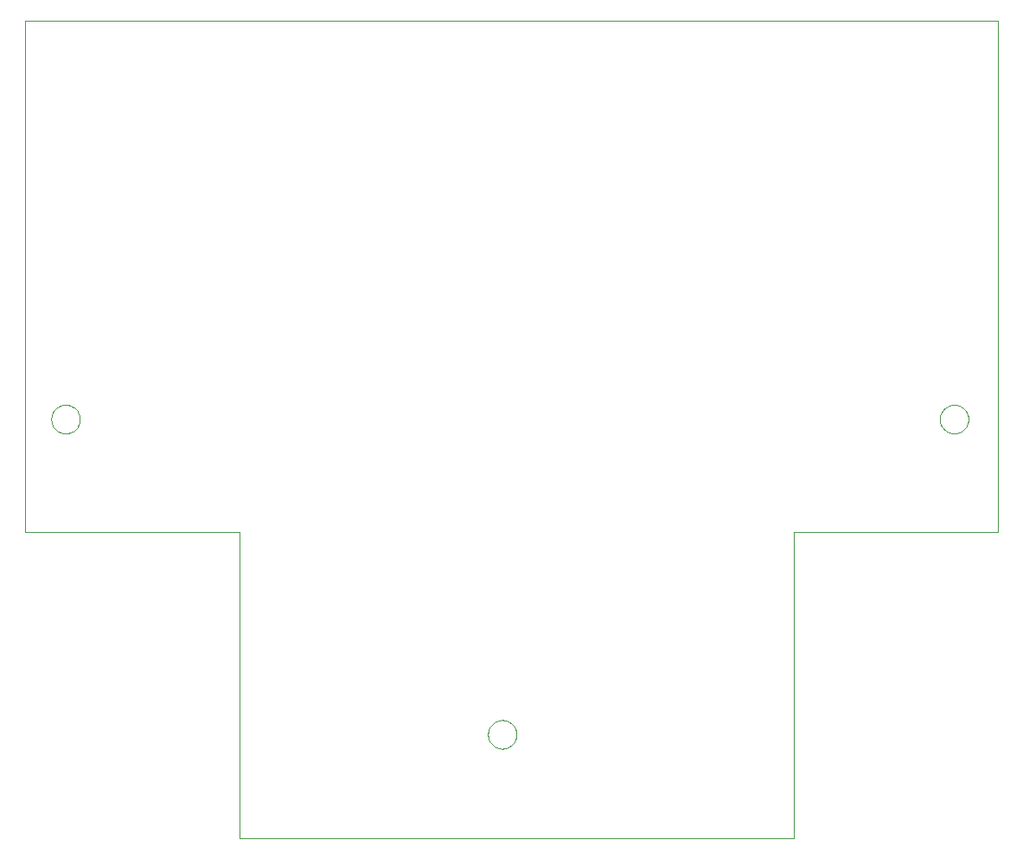
<source format=gbp>
G75*
G70*
%OFA0B0*%
%FSLAX24Y24*%
%IPPOS*%
%LPD*%
%AMOC8*
5,1,8,0,0,1.08239X$1,22.5*
%
%ADD10C,0.0030*%
%ADD11C,0.0000*%
D10*
X008448Y000300D02*
X029826Y000300D01*
X029826Y012111D01*
X037700Y012111D01*
X037700Y031796D01*
X000180Y031796D01*
X000180Y012111D01*
X008448Y012111D01*
X008448Y000300D01*
D11*
X018035Y004296D02*
X018037Y004343D01*
X018043Y004389D01*
X018053Y004435D01*
X018066Y004480D01*
X018084Y004523D01*
X018105Y004565D01*
X018129Y004605D01*
X018157Y004642D01*
X018188Y004677D01*
X018222Y004710D01*
X018258Y004739D01*
X018297Y004765D01*
X018338Y004788D01*
X018381Y004807D01*
X018425Y004823D01*
X018470Y004835D01*
X018516Y004843D01*
X018563Y004847D01*
X018609Y004847D01*
X018656Y004843D01*
X018702Y004835D01*
X018747Y004823D01*
X018791Y004807D01*
X018834Y004788D01*
X018875Y004765D01*
X018914Y004739D01*
X018950Y004710D01*
X018984Y004677D01*
X019015Y004642D01*
X019043Y004605D01*
X019067Y004565D01*
X019088Y004523D01*
X019106Y004480D01*
X019119Y004435D01*
X019129Y004389D01*
X019135Y004343D01*
X019137Y004296D01*
X019135Y004249D01*
X019129Y004203D01*
X019119Y004157D01*
X019106Y004112D01*
X019088Y004069D01*
X019067Y004027D01*
X019043Y003987D01*
X019015Y003950D01*
X018984Y003915D01*
X018950Y003882D01*
X018914Y003853D01*
X018875Y003827D01*
X018834Y003804D01*
X018791Y003785D01*
X018747Y003769D01*
X018702Y003757D01*
X018656Y003749D01*
X018609Y003745D01*
X018563Y003745D01*
X018516Y003749D01*
X018470Y003757D01*
X018425Y003769D01*
X018381Y003785D01*
X018338Y003804D01*
X018297Y003827D01*
X018258Y003853D01*
X018222Y003882D01*
X018188Y003915D01*
X018157Y003950D01*
X018129Y003987D01*
X018105Y004027D01*
X018084Y004069D01*
X018066Y004112D01*
X018053Y004157D01*
X018043Y004203D01*
X018037Y004249D01*
X018035Y004296D01*
X001204Y016442D02*
X001206Y016489D01*
X001212Y016535D01*
X001222Y016581D01*
X001235Y016626D01*
X001253Y016669D01*
X001274Y016711D01*
X001298Y016751D01*
X001326Y016788D01*
X001357Y016823D01*
X001391Y016856D01*
X001427Y016885D01*
X001466Y016911D01*
X001507Y016934D01*
X001550Y016953D01*
X001594Y016969D01*
X001639Y016981D01*
X001685Y016989D01*
X001732Y016993D01*
X001778Y016993D01*
X001825Y016989D01*
X001871Y016981D01*
X001916Y016969D01*
X001960Y016953D01*
X002003Y016934D01*
X002044Y016911D01*
X002083Y016885D01*
X002119Y016856D01*
X002153Y016823D01*
X002184Y016788D01*
X002212Y016751D01*
X002236Y016711D01*
X002257Y016669D01*
X002275Y016626D01*
X002288Y016581D01*
X002298Y016535D01*
X002304Y016489D01*
X002306Y016442D01*
X002304Y016395D01*
X002298Y016349D01*
X002288Y016303D01*
X002275Y016258D01*
X002257Y016215D01*
X002236Y016173D01*
X002212Y016133D01*
X002184Y016096D01*
X002153Y016061D01*
X002119Y016028D01*
X002083Y015999D01*
X002044Y015973D01*
X002003Y015950D01*
X001960Y015931D01*
X001916Y015915D01*
X001871Y015903D01*
X001825Y015895D01*
X001778Y015891D01*
X001732Y015891D01*
X001685Y015895D01*
X001639Y015903D01*
X001594Y015915D01*
X001550Y015931D01*
X001507Y015950D01*
X001466Y015973D01*
X001427Y015999D01*
X001391Y016028D01*
X001357Y016061D01*
X001326Y016096D01*
X001298Y016133D01*
X001274Y016173D01*
X001253Y016215D01*
X001235Y016258D01*
X001222Y016303D01*
X001212Y016349D01*
X001206Y016395D01*
X001204Y016442D01*
X035456Y016442D02*
X035458Y016489D01*
X035464Y016535D01*
X035474Y016581D01*
X035487Y016626D01*
X035505Y016669D01*
X035526Y016711D01*
X035550Y016751D01*
X035578Y016788D01*
X035609Y016823D01*
X035643Y016856D01*
X035679Y016885D01*
X035718Y016911D01*
X035759Y016934D01*
X035802Y016953D01*
X035846Y016969D01*
X035891Y016981D01*
X035937Y016989D01*
X035984Y016993D01*
X036030Y016993D01*
X036077Y016989D01*
X036123Y016981D01*
X036168Y016969D01*
X036212Y016953D01*
X036255Y016934D01*
X036296Y016911D01*
X036335Y016885D01*
X036371Y016856D01*
X036405Y016823D01*
X036436Y016788D01*
X036464Y016751D01*
X036488Y016711D01*
X036509Y016669D01*
X036527Y016626D01*
X036540Y016581D01*
X036550Y016535D01*
X036556Y016489D01*
X036558Y016442D01*
X036556Y016395D01*
X036550Y016349D01*
X036540Y016303D01*
X036527Y016258D01*
X036509Y016215D01*
X036488Y016173D01*
X036464Y016133D01*
X036436Y016096D01*
X036405Y016061D01*
X036371Y016028D01*
X036335Y015999D01*
X036296Y015973D01*
X036255Y015950D01*
X036212Y015931D01*
X036168Y015915D01*
X036123Y015903D01*
X036077Y015895D01*
X036030Y015891D01*
X035984Y015891D01*
X035937Y015895D01*
X035891Y015903D01*
X035846Y015915D01*
X035802Y015931D01*
X035759Y015950D01*
X035718Y015973D01*
X035679Y015999D01*
X035643Y016028D01*
X035609Y016061D01*
X035578Y016096D01*
X035550Y016133D01*
X035526Y016173D01*
X035505Y016215D01*
X035487Y016258D01*
X035474Y016303D01*
X035464Y016349D01*
X035458Y016395D01*
X035456Y016442D01*
M02*

</source>
